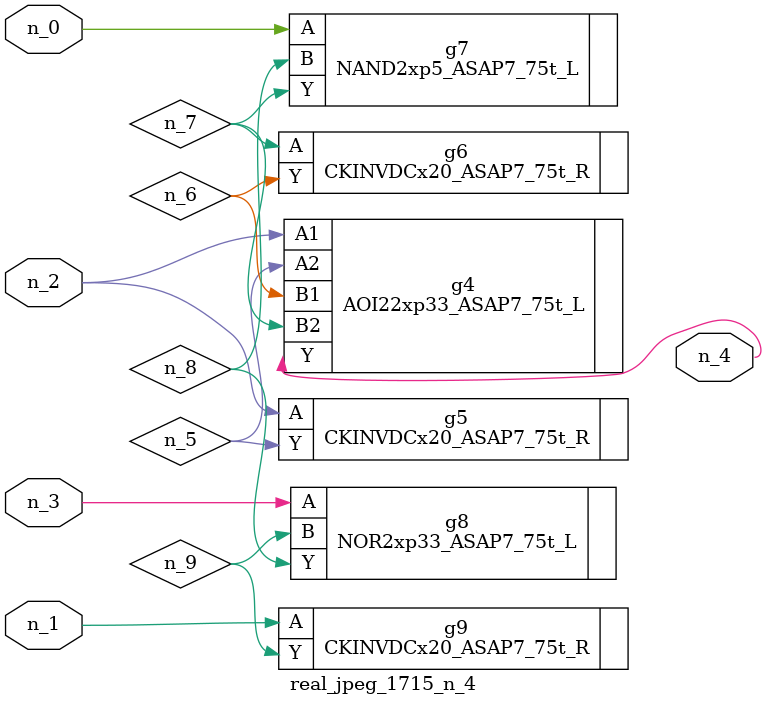
<source format=v>
module real_jpeg_1715_n_4 (n_3, n_1, n_0, n_2, n_4);

input n_3;
input n_1;
input n_0;
input n_2;

output n_4;

wire n_5;
wire n_8;
wire n_6;
wire n_7;
wire n_9;

NAND2xp5_ASAP7_75t_L g7 ( 
.A(n_0),
.B(n_8),
.Y(n_7)
);

CKINVDCx20_ASAP7_75t_R g9 ( 
.A(n_1),
.Y(n_9)
);

AOI22xp33_ASAP7_75t_L g4 ( 
.A1(n_2),
.A2(n_5),
.B1(n_6),
.B2(n_7),
.Y(n_4)
);

CKINVDCx20_ASAP7_75t_R g5 ( 
.A(n_2),
.Y(n_5)
);

NOR2xp33_ASAP7_75t_L g8 ( 
.A(n_3),
.B(n_9),
.Y(n_8)
);

CKINVDCx20_ASAP7_75t_R g6 ( 
.A(n_7),
.Y(n_6)
);


endmodule
</source>
